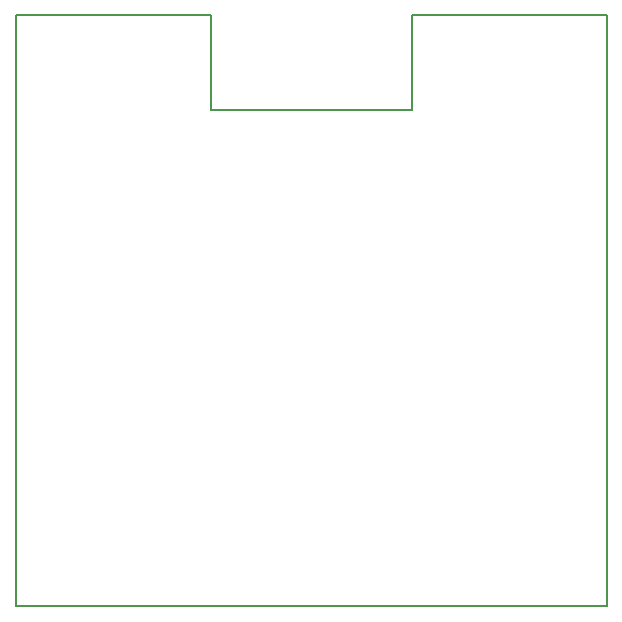
<source format=gko>
G04 #@! TF.GenerationSoftware,KiCad,Pcbnew,5.0.2-bee76a0~70~ubuntu18.04.1*
G04 #@! TF.CreationDate,2019-03-30T14:25:07+01:00*
G04 #@! TF.ProjectId,jarwis,6a617277-6973-42e6-9b69-6361645f7063,rev?*
G04 #@! TF.SameCoordinates,Original*
G04 #@! TF.FileFunction,Profile,NP*
%FSLAX46Y46*%
G04 Gerber Fmt 4.6, Leading zero omitted, Abs format (unit mm)*
G04 Created by KiCad (PCBNEW 5.0.2-bee76a0~70~ubuntu18.04.1) date sáb 30 mar 2019 14:25:07 CET*
%MOMM*%
%LPD*%
G01*
G04 APERTURE LIST*
%ADD10C,0.200000*%
G04 APERTURE END LIST*
D10*
X171572020Y-62763400D02*
X155072020Y-62763400D01*
X171572020Y-112763400D02*
X171572020Y-62763400D01*
X121572020Y-112763400D02*
X171572020Y-112763400D01*
X138072020Y-62763400D02*
X121572020Y-62763400D01*
X155072020Y-70763400D02*
X138072020Y-70763400D01*
X155072020Y-62763400D02*
X155072020Y-70763400D01*
X138072020Y-70763400D02*
X138072020Y-62763400D01*
X121572020Y-62763400D02*
X121572020Y-112763400D01*
M02*

</source>
